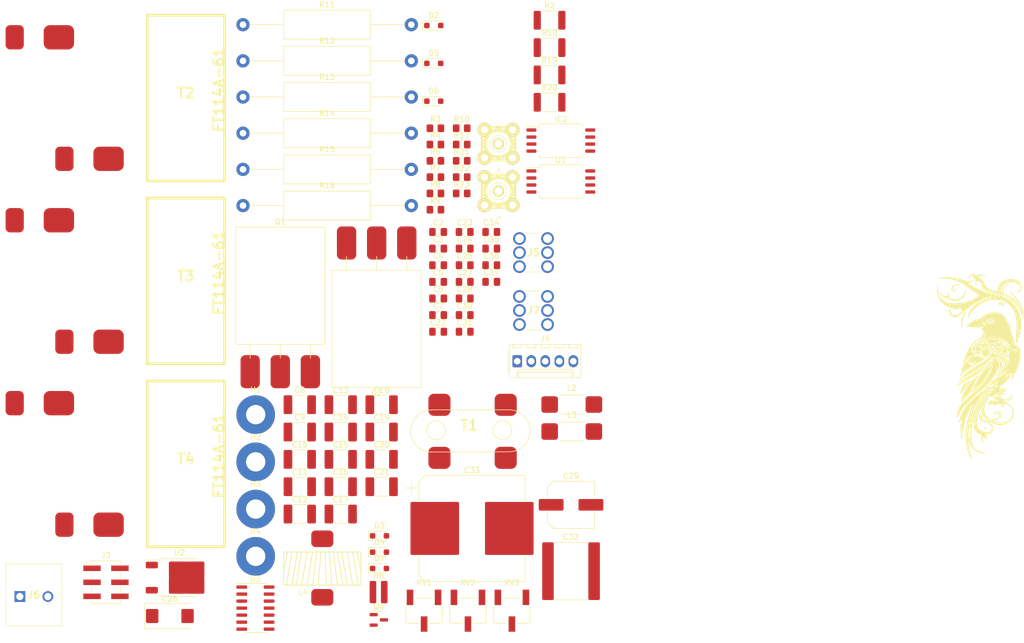
<source format=kicad_pcb>
(kicad_pcb (version 20221018) (generator pcbnew)
  (layers (0 "F.Cu" signal) (31 "B.Cu" signal) (34 "B.Paste" user) (35 "F.Paste" user) (36 "B.SilkS" user "B.Silkscreen") (37 "F.SilkS" user "F.Silkscreen") (38 "B.Mask" user) (39 "F.Mask" user) (44 "Edge.Cuts" user))
  (net 0 "")
  (net 1 "Net-(T1-SB)")
  (net 2 "Net-(C2-Pad2)")
  (net 3 "Net-(T1-SA)")
  (net 4 "Net-(C3-Pad2)")
  (net 5 "Net-(D3-A)")
  (net 6 "GND")
  (net 7 "Net-(C5-Pad1)")
  (net 8 "Net-(U1C-V+)")
  (net 9 "Net-(D4-A)")
  (net 10 "Net-(Q2-D)")
  (net 11 "Net-(D6-A1)")
  (net 12 "Net-(Q1-D)")
  (net 13 "Net-(D5-A2)")
  (net 14 "Net-(T2-SA)")
  (net 15 "Net-(T2-AB)")
  (net 16 "Net-(T4-SB)")
  (net 17 "Net-(T3-SA)")
  (net 18 "Net-(T4-AA)")
  (net 19 "Net-(Q4-D)")
  (net 20 "5V")
  (net 21 "Net-(U2-VI)")
  (net 22 "+12V")
  (net 23 "PTT_IN")
  (net 24 "+48V")
  (net 25 "Net-(IC2-FILTER)")
  (net 26 "Net-(D2-A2)")
  (net 27 "Net-(D3-K)")
  (net 28 "Net-(D4-K)")
  (net 29 "Net-(D7-A)")
  (net 30 "Net-(IC2-IP-_1)")
  (net 31 "Net-(IC2-VOUT)")
  (net 32 "Net-(J2-In)")
  (net 33 "A6")
  (net 37 "Net-(Q1-G)")
  (net 38 "Net-(Q2-G)")
  (net 39 "Net-(U3A--)")
  (net 40 "Net-(R21-Pad2)")
  (net 41 "Net-(R22-Pad1)")
  (footprint "SMA_PINS:SMA_PINS" (layer "F.Cu") (at 90.24968 24.33968)
    (fp_text reference "J1" (at 0 4.75) (layer "F.SilkS") (effects (font (size 0.5 0.5) (thickness 0.1))))
    (fp_text value "Conn_Coaxial" hide)
    (pad "1" thru_hole circle (at 0 0) (size 1.99898 1.99898) (drill 1.30048) (layers "*.Cu" "*.Mask" "F.SilkS") (net 26 "Net-(D2-A2)") (clearance 0.09906))
    (pad "2" thru_hole circle (at -2.54 -2.54) (size 2.49936 2.49936) (drill 1.30048) (layers "*.Cu" "*.Mask" "F.SilkS") (net 6 "GND"))
    (pad "2" thru_hole circle (at -2.54 2.54) (size 2.49936 2.49936) (drill 1.30048) (layers "*.Cu" "*.Mask" "F.SilkS") (net 6 "GND"))
    (pad "2" thru_hole circle (at 2.54 -2.54) (size 2.49936 2.49936) (drill 1.30048) (layers "*.Cu" "*.Mask" "F.SilkS") (net 6 "GND"))
    (pad "2" thru_hole circle (at 2.54 2.54) (size 2.49936 2.49936) (drill 1.30048) (layers "*.Cu" "*.Mask" "F.SilkS") (net 6 "GND"))
  )
  (footprint "Capacitor_SMD:C_0805_2012Metric_Pad1.18x1.45mm_HandSolder" (layer "F.Cu") (at 79.325 55.355)
    (fp_text reference "C7" (at 0 -1.68) (layer "F.SilkS"))
    (fp_text value "100n")
    (pad "1" smd roundrect (at -1.0375 0) (size 1.175 1.45) (layers "F.Cu" "F.Paste" "F.Mask") (roundrect_rratio 0.212766) (net 9 "Net-(D4-A)"))
    (pad "2" smd roundrect (at 1.0375 0) (size 1.175 1.45) (layers "F.Cu" "F.Paste" "F.Mask") (roundrect_rratio 0.212766) (net 6 "GND"))
  )
  (footprint "Capacitor_SMD:C_0805_2012Metric_Pad1.18x1.45mm_HandSolder" (layer "F.Cu") (at 88.945 40.305)
    (fp_text reference "C34" (at 0 -1.68) (layer "F.SilkS"))
    (fp_text value "1u")
    (pad "1" smd roundrect (at -1.0375 0) (size 1.175 1.45) (layers "F.Cu" "F.Paste" "F.Mask") (roundrect_rratio 0.212766) (net 24 "+48V"))
    (pad "2" smd roundrect (at 1.0375 0) (size 1.175 1.45) (layers "F.Cu" "F.Paste" "F.Mask") (roundrect_rratio 0.212766) (net 6 "GND"))
  )
  (footprint "7461057:7461057" (layer "F.Cu") (at 94.05 41.5)
    (fp_text reference "J5" (at 2.54 2.54) (layer "F.SilkS") (effects (font (size 1.27 1.27) (thickness 0.254))))
    (fp_text value "Wurth Redcube 7461057" hide)
    (pad "1" thru_hole circle (at 0 0) (size 2.3 2.3) (drill 1.6) (layers "*.Cu" "*.Mask") (net 24 "+48V"))
    (pad "1" thru_hole circle (at 0 2.54) (size 2.3 2.3) (drill 1.6) (layers "*.Cu" "*.Mask") (net 24 "+48V"))
    (pad "1" thru_hole circle (at 0 5.08) (size 2.3 2.3) (drill 1.6) (layers "*.Cu" "*.Mask") (net 24 "+48V"))
    (pad "1" thru_hole circle (at 5.08 0) (size 2.3 2.3) (drill 1.6) (layers "*.Cu" "*.Mask") (net 24 "+48V"))
    (pad "1" thru_hole circle (at 5.08 2.54) (size 2.3 2.3) (drill 1.6) (layers "*.Cu" "*.Mask") (net 24 "+48V"))
    (pad "1" thru_hole circle (at 5.08 5.08) (size 2.3 2.3) (drill 1.6) (layers "*.Cu" "*.Mask") (net 24 "+48V"))
  )
  (footprint "Lib:Munin" (layer "F.Cu") (at 177.4 65)
    (fp_text reference "G***" hide)
    (fp_text value "LOGO" hide)
  )
  (footprint "Capacitor_SMD:C_1812_4532Metric_Pad1.57x3.40mm_HandSolder" (layer "F.Cu") (at 61.685 86.425)
    (fp_text reference "C16" (at 0 -2.65) (layer "F.SilkS"))
    (fp_text value "100n")
    (pad "1" smd roundrect (at -2.1375 0) (size 1.575 3.4) (layers "F.Cu" "F.Paste" "F.Mask") (roundrect_rratio 0.15873) (net 14 "Net-(T2-SA)"))
    (pad "2" smd roundrect (at 2.1375 0) (size 1.575 3.4) (layers "F.Cu" "F.Paste" "F.Mask") (roundrect_rratio 0.15873) (net 6 "GND"))
  )
  (footprint "Resistor_THT:R_Axial_DIN0516_L15.5mm_D5.0mm_P30.48mm_Horizontal" (layer "F.Cu") (at 43.995 22.425)
    (fp_text reference "R14" (at 15.24 -3.62) (layer "F.SilkS"))
    (fp_text value "470R")
    (pad "1" thru_hole circle (at 0 0) (size 2.4 2.4) (drill 1.2) (layers "*.Cu" "*.Mask") (net 37 "Net-(Q1-G)"))
    (pad "2" thru_hole oval (at 30.48 0) (size 2.4 2.4) (drill 1.2) (layers "*.Cu" "*.Mask") (net 13 "Net-(D5-A2)"))
  )
  (footprint "Capacitor_SMD:C_0805_2012Metric_Pad1.18x1.45mm_HandSolder" (layer "F.Cu") (at 84.135 40.305)
    (fp_text reference "C23" (at 0 -1.68) (layer "F.SilkS"))
    (fp_text value "1u")
    (pad "1" smd roundrect (at -1.0375 0) (size 1.175 1.45) (layers "F.Cu" "F.Paste" "F.Mask") (roundrect_rratio 0.212766) (net 19 "Net-(Q4-D)"))
    (pad "2" smd roundrect (at 1.0375 0) (size 1.175 1.45) (layers "F.Cu" "F.Paste" "F.Mask") (roundrect_rratio 0.212766) (net 6 "GND"))
  )
  (footprint "Connector_PinHeader_2.54mm:PinHeader_2x03_P2.54mm_Vertical_SMD" (layer "F.Cu") (at 19.185 103.735)
    (fp_text reference "J3" (at 0 -4.87) (layer "F.SilkS"))
    (fp_text value "Conn_02x03_Odd_Even")
    (pad "1" smd rect (at -2.525 -2.54) (size 3.15 1) (layers "F.Cu" "F.Paste" "F.Mask") (net 20 "5V"))
    (pad "2" smd rect (at 2.525 -2.54) (size 3.15 1) (layers "F.Cu" "F.Paste" "F.Mask") (net 33 "A6"))
    (pad "3" smd rect (at -2.525 0) (size 3.15 1) (layers "F.Cu" "F.Paste" "F.Mask"))
    (pad "4" smd rect (at 2.525 0) (size 3.15 1) (layers "F.Cu" "F.Paste" "F.Mask"))
    (pad "5" smd rect (at -2.525 2.54) (size 3.15 1) (layers "F.Cu" "F.Paste" "F.Mask") (net 23 "PTT_IN"))
    (pad "6" smd rect (at 2.525 2.54) (size 3.15 1) (layers "F.Cu" "F.Paste" "F.Mask") (net 6 "GND"))
  )
  (footprint "Potentiometer_SMD:Potentiometer_Bourns_3269W_Vertical" (layer "F.Cu") (at 92.675 108.875)
    (fp_text reference "RV3" (at 0 -5.06) (layer "F.SilkS"))
    (fp_text value "1k")
    (pad "1" smd rect (at 2.54 -2.415) (size 1.19 2.79) (layers "F.Cu" "F.Paste" "F.Mask") (net 20 "5V"))
    (pad "2" smd rect (at 0 2.415) (size 1.19 2.79) (layers "F.Cu" "F.Paste" "F.Mask") (net 41 "Net-(R22-Pad1)"))
    (pad "3" smd rect (at -2.54 -2.415) (size 1.19 2.79) (layers "F.Cu" "F.Paste" "F.Mask") (net 6 "GND"))
  )
  (footprint "MountingHole:MountingHole_3.5mm_Pad_TopBottom" (layer "F.Cu") (at 46.295 99.025)
    (fp_text reference "H4" (at 0 -4.5) (layer "F.SilkS"))
    (fp_text value "MountingHole_Pad")
    (pad "1" thru_hole circle (at 0 0) (size 3.9 3.9) (drill 3.5) (layers "*.Cu" "*.Mask") (net 6 "GND"))
    (pad "1" connect circle (at 0 0) (size 7 7) (layers "F.Cu" "F.Mask") (net 6 "GND"))
    (pad "1" connect circle (at 0 0) (size 7 7) (layers "B.Cu" "B.Mask") (net 6 "GND"))
  )
  (footprint "Diode_SMD:D_SOD-323_HandSoldering" (layer "F.Cu") (at 78.535 2.925)
    (fp_text reference "D2" (at 0 -1.85) (layer "F.SilkS"))
    (fp_text value "CDSOD323-TC15")
    (pad "1" smd roundrect (at -1.25 0) (size 1 1) (layers "F.Cu" "F.Paste" "F.Mask") (net 6 "GND"))
    (pad "2" smd roundrect (at 1.25 0) (size 1 1) (layers "F.Cu" "F.Paste" "F.Mask") (net 26 "Net-(D2-A2)"))
  )
  (footprint "Capacitor_SMD:C_1812_4532Metric_Pad1.57x3.40mm_HandSolder" (layer "F.Cu") (at 69.095 71.575)
    (fp_text reference "C18" (at 0 -2.65) (layer "F.SilkS"))
    (fp_text value "100n")
    (pad "1" smd roundrect (at -2.1375 0) (size 1.575 3.4) (layers "F.Cu" "F.Paste" "F.Mask") (roundrect_rratio 0.15873) (net 15 "Net-(T2-AB)"))
    (pad "2" smd roundrect (at 2.1375 0) (size 1.575 3.4) (layers "F.Cu" "F.Paste" "F.Mask") (roundrect_rratio 0.15873) (net 16 "Net-(T4-SB)"))
  )
  (footprint "Resistor_SMD:R_0805_2012Metric_Pad1.20x1.40mm_HandSolder" (layer "F.Cu") (at 83.585 33.325)
    (fp_text reference "R23" (at 0 -1.65) (layer "F.SilkS"))
    (fp_text value "100R")
    (pad "1" smd roundrect (at -1 0) (size 1.2 1.4) (layers "F.Cu" "F.Paste" "F.Mask") (roundrect_rratio 0.208333) (net 40 "Net-(R21-Pad2)"))
    (pad "2" smd roundrect (at 1 0) (size 1.2 1.4) (layers "F.Cu" "F.Paste" "F.Mask") (roundrect_rratio 0.208333) (net 33 "A6"))
  )
  (footprint "Resistor_SMD:R_0805_2012Metric_Pad1.20x1.40mm_HandSolder" (layer "F.Cu") (at 83.585 21.525)
    (fp_text reference "R10" (at 0 -1.65) (layer "F.SilkS"))
    (fp_text value "1R")
    (pad "1" smd roundrect (at -1 0) (size 1.2 1.4) (layers "F.Cu" "F.Paste" "F.Mask") (roundrect_rratio 0.208333) (net 4 "Net-(C3-Pad2)"))
    (pad "2" smd roundrect (at 1 0) (size 1.2 1.4) (layers "F.Cu" "F.Paste" "F.Mask") (roundrect_rratio 0.208333) (net 38 "Net-(Q2-G)"))
  )
  (footprint "Capacitor_SMD:C_0805_2012Metric_Pad1.18x1.45mm_HandSolder" (layer "F.Cu") (at 84.135 49.335)
    (fp_text reference "C27" (at 0 -1.68) (layer "F.SilkS"))
    (fp_text value "100n")
    (pad "1" smd roundrect (at -1.0375 0) (size 1.175 1.45) (layers "F.Cu" "F.Paste" "F.Mask") (roundrect_rratio 0.212766) (net 22 "+12V"))
    (pad "2" smd roundrect (at 1.0375 0) (size 1.175 1.45) (layers "F.Cu" "F.Paste" "F.Mask") (roundrect_rratio 0.212766) (net 6 "GND"))
  )
  (footprint "Capacitor_SMD:C_1812_4532Metric_Pad1.57x3.40mm_HandSolder" (layer "F.Cu") (at 61.685 71.575)
    (fp_text reference "C13" (at 0 -2.65) (layer "F.SilkS"))
    (fp_text value "TBD")
    (pad "1" smd roundrect (at -2.1375 0) (size 1.575 3.4) (layers "F.Cu" "F.Paste" "F.Mask") (roundrect_rratio 0.15873) (net 10 "Net-(Q2-D)"))
    (pad "2" smd roundrect (at 2.1375 0) (size 1.575 3.4) (layers "F.Cu" "F.Paste" "F.Mask") (roundrect_rratio 0.15873) (net 12 "Net-(Q1-D)"))
  )
  (footprint "Diode_SMD:D_SOD-323_HandSoldering" (layer "F.Cu") (at 78.535 9.775)
    (fp_text reference "D5" (at 0 -1.85) (layer "F.SilkS"))
    (fp_text value "CDSOD323-TC03")
    (pad "1" smd roundrect (at -1.25 0) (size 1 1) (layers "F.Cu" "F.Paste" "F.Mask") (net 6 "GND"))
    (pad "2" smd roundrect (at 1.25 0) (size 1 1) (layers "F.Cu" "F.Paste" "F.Mask") (net 13 "Net-(D5-A2)"))
  )
  (footprint "FT114A:FT114A-61" (layer "F.Cu") (at 33.66 82.3)
    (fp_text reference "T4" (at 0 -0.9 unlocked) (layer "F.SilkS") (effects (font (size 1.8 1.8) (thickness 0.37))))
    (fp_text value "FT-114A-61")
    (fp_text user "FT114A-61" (at 7 6.4 90 unlocked) (layer "F.SilkS") (effects (font (size 1.8 1.8) (thickness 0.37) bold) (justify left bottom)))
    (pad "1" smd roundrect (at -31 -11) (size 3.3 4.4) (layers "F.Cu" "F.Paste" "F.Mask") (net 18 "Net-(T4-AA)"))
    (pad "2" smd roundrect (at -22 11) (size 3.3 4.4) (layers "F.Cu" "F.Paste" "F.Mask") (net 6 "GND"))
    (pad "3" smd roundrect (at -14 11) (size 5.5 4.4) (layers "F.Cu" "F.Paste" "F.Mask") (net 32 "Net-(J2-In)"))
    (pad "4" smd roundrect (at -23 -11) (size 5.5 4.4) (layers "F.Cu" "F.Paste" "F.Mask") (net 16 "Net-(T4-SB)"))
  )
  (footprint "Resistor_SMD:R_0805_2012Metric_Pad1.20x1.40mm_HandSolder" (layer "F.Cu") (at 78.835 33.325)
    (fp_text reference "R8" (at 0 -1.65) (layer "F.SilkS"))
    (fp_text value "22R")
    (pad "1" smd roundrect (at -1 0) (size 1.2 1.4) (layers "F.Cu" "F.Paste" "F.Mask") (roundrect_rratio 0.208333) (net 4 "Net-(C3-Pad2)"))
    (pad "2" smd roundrect (at 1 0) (size 1.2 1.4) (layers "F.Cu" "F.Paste" "F.Mask") (roundrect_rratio 0.208333) (net 28 "Net-(D4-K)"))
  )
  (footprint "Capacitor_Tantalum_SMD:CP_EIA-7343-31_Kemet-D_Pad2.25x2.55mm_HandSolder" (layer "F.Cu") (at 30.755 109.835)
    (fp_text reference "C26" (at 0 -3.1) (layer "F.SilkS"))
    (fp_text value "10u")
    (pad "1" smd roundrect (at -3.2 0) (size 2.25 2.55) (layers "F.Cu" "F.Paste" "F.Mask") (roundrect_rratio 0.111111) (net 21 "Net-(U2-VI)"))
    (pad "2" smd roundrect (at 3.2 0) (size 2.25 2.55) (layers "F.Cu" "F.Paste" "F.Mask") (roundrect_rratio 0.111111) (net 6 "GND"))
  )
  (footprint "FT114A:FT114A-61" (layer "F.Cu") (at 33.66 49.18)
    (fp_text reference "T3" (at 0 -0.9 unlocked) (layer "F.SilkS") (effects (font (size 1.8 1.8) (thickness 0.37))))
    (fp_text value "FT-114A-61")
    (fp_text user "FT114A-61" (at 7 6.4 90 unlocked) (layer "F.SilkS") (effects (font (size 1.8 1.8) (thickness 0.37) bold) (justify left bottom)))
    (pad "1" smd roundrect (at -31 -11) (size 3.3 4.4) (layers "F.Cu" "F.Paste" "F.Mask") (net 12 "Net-(Q1-D)"))
    (pad "2" smd roundrect (at -22 11) (size 3.3 4.4) (layers "F.Cu" "F.Paste" "F.Mask") (net 14 "Net-(T2-SA)"))
    (pad "3" smd roundrect (at -14 11) (size 5.5 4.4) (layers "F.Cu" "F.Paste" "F.Mask") (net 17 "Net-(T3-SA)"))
    (pad "4" smd roundrect (at -23 -11) (size 5.5 4.4) (layers "F.Cu" "F.Paste" "F.Mask") (net 10 "Net-(Q2-D)"))
  )
  (footprint "MountingHole:MountingHole_3.5mm_Pad_TopBottom" (layer "F.Cu") (at 46.295 81.925)
    (fp_text reference "H2" (at 0 -4.5) (layer "F.SilkS"))
    (fp_text value "MountingHole_Pad")
    (pad "1" thru_hole circle (at 0 0) (size 3.9 3.9) (drill 3.5) (layers "*.Cu" "*.Mask") (net 6 "GND"))
    (pad "1" connect circle (at 0 0) (size 7 7) (layers "F.Cu" "F.Mask") (net 6 "GND"))
    (pad "1" connect circle (at 0 0) (size 7 7) (layers "B.Cu" "B.Mask") (net 6 "GND"))
  )
  (footprint "Capacitor_SMD:CP_Elec_18x17.5" (layer "F.Cu") (at 85.46 93.975)
    (fp_text reference "C33" (at 0 -10.55) (layer "F.SilkS"))
    (fp_text value "330u/63V")
    (pad "1" smd roundrect (at -6.75 0) (size 8.8 9.6) (layers "F.Cu" "F.Paste" "F.Mask") (roundrect_rratio 0.028409) (net 24 "+48V"))
    (pad "2" smd roundrect (at 6.75 0) (size 8.8 9.6) (layers "F.Cu" "F.Paste" "F.Mask") (roundrect_rratio 0.028409) (net 6 "GND"))
  )
  (footprint "Capacitor_SMD:C_3640_9110Metric_Pad2.10x10.45mm_HandSolder" (layer "F.Cu") (at 103.385 101.715)
    (fp_text reference "C32" (at 0 -6.18) (layer "F.SilkS"))
    (fp_text value "22u/63V")
    (pad "1" smd roundrect (at -4.175 0) (size 2.1 10.45) (layers "F.Cu" "F.Paste" "F.Mask") (roundrect_rratio 0.119048) (net 14 "Net-(T2-SA)"))
    (pad "2" smd roundrect (at 4.175 0) (size 2.1 10.45) (layers "F.Cu" "F.Paste" "F.Mask") (roundrect_rratio 0.119048) (net 6 "GND"))
  )
  (footprint "Fair-Rite_2743021447:Fair-Rite_2743021447" (layer "F.Cu") (at 103.52 76.435)
    (fp_text reference "L3" (at 0 -3) (layer "F.SilkS"))
    (fp_text value "2743021447")
    (pad "1" smd roundrect (at -4 0) (size 3 3) (layers "F.Cu" "F.Paste" "F.Mask") (roundrect_rratio 0.1639337705) (net 22 "+12V"))
    (pad "2" smd roundrect (at 4 0) (size 3 3) (layers "F.Cu" "F.Paste" "F.Mask") (roundrect_rratio 0.1639337705) (net 21 "Net-(U2-VI)"))
  )
  (footprint "Package_SO:SOIC-14_3.9x8.7mm_P1.27mm" (layer "F.Cu") (at 46.245 108.405)
    (fp_text reference "U3" (at 0 -5.28) (layer "F.SilkS"))
    (fp_text value "LMC660AIM_NOPB")
    (pad "1" smd roundrect (at -2.475 -3.81) (size 1.95 0.6) (layers "F.Cu" "F.Paste" "F.Mask") (net 40 "Net-(R21-Pad2)"))
    (pad "2" smd roundrect (at -2.475 -2.54) (size 1.95 0.6) (layers "F.Cu" "F.Paste" "F.Mask") (net 39 "Net-(U3A--)"))
    (pad "3" smd roundrect (at -2.475 -1.27) (size 1.95 0.6) (layers "F.Cu" "F.Paste" "F.Mask") (net 31 "Net-(IC2-VOUT)"))
    (pad "4" smd roundrect (at -2.475 0) (size 1.95 0.6) (layers "F.Cu" "F.Paste" "F.Mask") (net 20 "5V"))
    (pad "5" smd roundrect (at -2.475 1.27) (size 1.95 0.6) (layers "F.Cu" "F.Paste" "F.Mask"))
    (pad "6" smd roundrect (at -2.475 2.54) (size 1.95 0.6) (layers "F.Cu" "F.Paste" "F.Mask") (net 6 "GND"))
    (pad "7" smd roundrect (at -2.475 3.81) (size 1.95 0.6) (layers "F.Cu" "F.Paste" "F.Mask"))
    (pad "8" smd roundrect (at 2.475 3.81) (size 1.95 0.6) (layers "F.Cu" "F.Paste" "F.Mask"))
    (pad "9" smd roundrect (at 2.475 2.54) (size 1.95 0.6) (layers "F.Cu" "F.Paste" "F.Mask") (net 6 "GND"))
    (pad "10" smd roundrect (at 2.475 1.27) (size 1.95 0.6) (layers "F.Cu" "F.Paste" "F.Mask"))
    (pad "11" smd roundrect (at 2.475 0) (size 1.95 0.6) (layers "F.Cu" "F.Paste" "F.Mask") (net 6 "GND"))
    (pad "12" smd roundrect (at 2.475 -1.27) (size 1.95 0.6) (layers "F.Cu" "F.Paste" "F.Mask"))
    (pad "13" smd roundrect (at 2.475 -2.54) (size 1.95 0.6) (layers "F.Cu" "F.Paste" "F.Mask") (net 6 "GND"))
    (pad "14" smd roundrect (at 2.475 -3.81) (size 1.95 0.6) (layers "F.Cu" "F.Paste" "F.Mask"))
  )
  (footprint "Capacitor_SMD:C_0805_2012Metric_Pad1.18x1.45mm_HandSolder" (layer "F.Cu") (at 79.325 52.345)
    (fp_text reference "C6" (at 0 -1.68) (layer "F.SilkS"))
    (fp_text value "1u")
    (pad "1" smd roundrect (at -1.0375 0) (size 1.175 1.45) (layers "F.Cu" "F.Paste" "F.Mask") (roundrect_rratio 0.212766) (net 8 "Net-(U1C-V+)"))
    (pad "2" smd roundrect (at 1.0375 0) (size 1.175 1.45) (layers "F.Cu" "F.Paste" "F.Mask") (roundrect_rratio 0.212766) (net 6 "GND"))
  )
  (footprint "Resistor_SMD:R_0815_2038Metric_Pad1.20x4.05mm_HandSolder" (layer "F.Cu") (at 68.545 105.505)
    (fp_text reference "R6" (at 0 -2.98) (layer "F.SilkS"))
    (fp_text value "1.2k")
    (pad "1" smd roundrect (at -1.025 0) (size 1.2 4.05) (layers "F.Cu" "F.Paste" "F.Mask") (roundrect_rratio 0.208333) (net 7 "Net-(C5-Pad1)"))
    (pad "2" smd roundrect (at 1.025 0) (size 1.2 4.05) (layers "F.Cu" "F.Paste" "F.Mask") (roundrect_rratio 0.208333) (net 19 "Net-(Q4-D)"))
  )
  (footprint "T50:T50_V_smd" (layer "F.Cu") (at 58.355 101.25)
    (fp_text reference "L4" (at -3.5 4.25) (layer "F.SilkS") (effects (font (thickness 0.125))))
    (fp_text value "FT82-61?")
    (pad "1" smd roundrect (at 0 -5.4) (size 4 3) (layers "*.Mask" "F.Cu") (net 30 "Net-(IC2-IP-_1)"))
    (pad "2" smd roundrect (at 0 5.2) (size 4 3) (layers "*.Mask" "F.Cu") (net 14 "Net-(T2-SA)"))
  )
  (footprint "Capacitor_SMD:C_1812_4532Metric_Pad1.57x3.40mm_HandSolder" (layer "F.Cu") (at 61.685 91.375)
    (fp_text reference "C17" (at 0 -2.65) (layer "F.SilkS"))
    (fp_text value "100n")
    (pad "1" smd roundrect (at -2.1375 0) (size 1.575 3.4) (layers "F.Cu" "F.Paste" "F.Mask") (roundrect_rratio 0.15873) (net 14 "Net-(T2-SA)"))
    (pad "2" smd roundrect (at 2.1375 0) (size 1.575 3.4) (layers "F.Cu" "F.Paste" "F.Mask") (roundrect_rratio 0.15873) (net 6 "GND"))
  )
  (footprint "1711725:1711725" (layer "F.Cu") (at 3.59 106.31)
    (fp_text reference "J6" (at 2.54 -0.3) (layer "F.SilkS") (effects (font (size 1.27 1.27) (thickness 0.254))))
    (fp_text value "Phoenix/1711725" hide)
    (pad "1" thru_hole rect (at 0 0) (size 1.95 1.95) (drill 1.3) (layers "*.Cu" "*.Mask") (net 22 "+12V"))
    (pad "2" thru_hole circle (at 5.08 0) (size 1.95 1.95) (drill 1.3) (layers "*.Cu" "*.Mask") (net 6 "GND"))
  )
  (footprint "Diode_SMD:D_SOD-323_HandSoldering" (layer "F.Cu") (at 68.71 98.275)
    (fp_text reference "D4" (at 0 -1.85) (layer "F.SilkS"))
    (fp_text value "BAS16J")
    (pad "1" smd roundrect (at -1.25 0) (size 1 1) (layers "F.Cu" "F.Paste" "F.Mask") (net 28 "Net-(D4-K)"))
    (pad "2" smd roundrect (at 1.25 0) (size 1 1) (layers "F.Cu" "F.Paste" "F.Mask") (net 9 "Net-(D4-A)"))
  )
  (footprint "Capacitor_SMD:C_1812_4532Metric_Pad1.57x3.40mm_HandSolder" (layer "F.Cu") (at 54.275 86.425)
    (fp_text reference "C11" (at 0 -2.65) (layer "F.SilkS"))
    (fp_text value "1u/250V")
    (pad "1" smd roundrect (at -2.1375 0) (size 1.575 3.4) (layers "F.Cu" "F.Paste" "F.Mask") (roundrect_rratio 0.15873) (net 12 "Net-(Q1-D)"))
    (pad "2" smd roundrect (at 2.1375 0) (size 1.575 3.4) (layers "F.Cu" "F.Paste" "F.Mask") (roundrect_rratio 0.15873) (net 13 "Net-(D5-A2)"))
  )
  (footprint "Capacitor_SMD:C_0805_2012Metric_Pad1.18x1.45mm_HandSolder" (layer "F.Cu") (at 84.135 43.315)
    (fp_text reference "C24" (at 0 -1.68) (layer "F.SilkS"))
    (fp_text value "1u")
    (pad "1" smd roundrect (at -1.0375 0) (size 1.175 1.45) (layers "F.Cu" "F.Paste" "F.Mask") (roundrect_rratio 0.212766) (net 20 "5V"))
    (pad "2" smd roundrect (at 1.0375 0) (size 1.175 1.45) (layers "F.Cu" "F.Paste" "F.Mask") (roundrect_rratio 0.212766) (net 6 "GND"))
  )
  (footprint "Capacitor_SMD:C_1812_4532Metric_Pad1.57x3.40mm_HandSolder" (layer "F.Cu") (at 61.685 81.475)
    (fp_text reference "C15" (at 0 -2.65) (layer "F.SilkS"))
    (fp_text value "100n")
    (pad "1" smd roundrect (at -2.1375 0) (size 1.575 3.4) (layers "F.Cu" "F.Paste" "F.Mask") (roundrect_rratio 0.15873) (net 14 "Net-(T2-SA)"))
    (pad "2" smd roundrect (at 2.1375 0) (size 1.575 3.4) (layers "F.Cu" "F.Paste" "F.Mask") (roundrect_rratio 0.15873) (net 6 "GND"))
  )
  (footprint "Capacitor_SMD:C_1812_4532Metric_Pad1.57x3.40mm_HandSolder" (layer "F.Cu") (at 69.095 76.525)
    (fp_text reference "C19" (at 0 -2.65) (layer "F.SilkS"))
    (fp_text value "100n")
    (pad "1" smd roundrect (at -2.1375 0) (size 1.575 3.4) (layers "F.Cu" "F.Paste" "F.Mask") (roundrect_rratio 0.15873) (net 15 "Net-(T2-AB)"))
    (pad "2" smd roundrect (at 2.1375 0) (size 1.575 3.4) (layers "F.Cu" "F.Paste" "F.Mask") (roundrect_rratio 0.15873) (net 16 "Net-(T4-SB)"))
  )
  (footprint "Capacitor_SMD:C_0805_2012Metric_Pad1.18x1.45mm_HandSolder" (layer "F.Cu") (at 79.325 40.305)
    (fp_text reference "C2" (at 0 -1.68) (layer "F.SilkS"))
    (fp_text value "10n")
    (pad "1" smd roundrect (at -1.0375 0) (size 1.175 1.45) (layers "F.Cu" "F.Paste" "F.Mask") (roundrect_rratio 0.212766) (net 1 "Net-(T1-SB)"))
    (pad "2" smd roundrect (at 1.0375 0) (size 1.175 1.45) (layers "F.Cu" "F.Paste" "F.Mask") (roundrect_rratio 0.212766) (net 2 "Net-(C2-Pad2)"))
  )
  (footprint "Resistor_SMD:R_1812_4532Metric_Pad1.30x3.40mm_HandSolder" (layer "F.Cu") (at 99.495 1.975)
    (fp_text reference "R2" (at 0 -2.65) (layer "F.SilkS"))
    (fp_text value "5R6")
    (pad "1" smd roundrect (at -2.225 0) (size 1.3 3.4) (layers "F.Cu" "F.Paste" "F.Mask") (roundrect_rratio 0.192308) (net 1 "Net-(T1-SB)"))
    (pad "2" smd roundrect (at 2.225 0) (size 1.3 3.4) (layers "F.Cu" "F.Paste" "F.Mask") (roundrect_rratio 0.192308) (net 3 "Net-(T1-SA)"))
  )
  (footprint "Capacitor_SMD:C_1812_4532Metric_Pad1.57x3.40mm_HandSolder" (layer "F.Cu") (at 54.275 76.525)
    (fp_text reference "C9" (at 0 -2.65) (layer "F.SilkS"))
    (fp_text value "10n/250V")
    (pad "1" smd roundrect (at -2.1375 0) (size 1.575 3.4) (layers "F.Cu" "F.Paste" "F.Mask") (roundrect_rratio 0.15873) (net 10 "Net-(Q2-D)"))
    (pad "2" smd roundrect (at 2.1375 0) (size 1.575 3.4) (layers "F.Cu" "F.Paste" "F.Mask") (roundrect_rratio 0.15873) (net 11 "Net-(D6-A1)"))
  )
  (footprint "Capacitor_SMD:C_0805_2012Metric_Pad1.18x1.45mm_HandSolder" (layer "F.Cu") (at 84.135 58.365)
    (fp_text reference "C31" (at 0 -1.68) (layer "F.SilkS"))
    (fp_text value "1u")
    (pad "1" smd roundrect (at -1.0375 0) (size 1.175 1.45) (layers "F.Cu" "F.Paste" "F.Mask") (roundrect_rratio 0.212766) (net 20 "5V"))
    (pad "2" smd roundrect (at 1.0375 0) (size 1.175 1.45) (layers "F.Cu" "F.Paste" "F.Mask") (roundrect_rratio 0.212766) (net 6 "GND"))
  )
  (footprint "Package_SO:SOIC-8_7.5x5.85mm_P1.27mm" (layer "F.Cu") (at 101.535 31.165)
    (fp_text reference "U1" (at 0 -3.88) (layer "F.SilkS"))
    (fp_text value "LM358")
    (pad "1" smd roundrect (at -5.325 -1.905) (size 1.8 0.6) (layers "F.Cu" "F.Paste" "F.Mask") (net 5 "Net-(D3-A)"))
    (pad "2" smd roundrect (at -5.325 -0.635) (size 1.8 0.6) (layers "F.Cu" "F.Paste" "F.Mask") (net 5 "Net-(D3-A)"))
    (pad "3" smd roundrect (at -5.325 0.635) (size 1.8 0.6) (layers "F.Cu" "F.Paste" "F.Mask") (net 5 "Net-(D3-A)"))
    (pad "4" smd roundrect (at -5.325 1.905) (size 1.8 0.6) (layers "F.Cu" "F.Paste" "F.Mask") (net 6 "GND"))
    (pad "5" smd roundrect (at 5.325 1.905) (size 1.8 0.6) (layers "F.Cu" "F.Paste" "F.Mask") (net 9 "Net-(D4-A)"))
    (pad "6" smd roundrect (at 5.325 0.635) (size 1.8 0.6) (layers "F.Cu" "F.Paste" "F.Mask") (net 9 "Net-(D4-A)"))
    (pad "7" smd roundrect (at 5.325 -0.635) (size 1.8 0.6) (layers "F.Cu" "F.Paste" "F.Mask") (net 9 "Net-(D4-A)"))
    (pad "8" smd roundrect (at 5.325 -1.905) (size 1.8 0.6) (layers "F.Cu" "F.Paste" "F.Mask") (net 8 "Net-(U1C-V+)"))
  )
  (footprint "Capacitor_SMD:C_0805_2012Metric_Pad1.18x1.45mm_HandSolder" (layer "F.Cu") (at 88.945 46.325)
    (fp_text reference "C36" (at 0 -1.68) (layer "F.SilkS"))
    (fp_text value "1n")
    (pad "1" smd roundrect (at -1.0375 0) (size 1.175 1.45) (layers "F.Cu" "F.Paste" "F.Mask") (roundrect_rratio 0.212766) (net 25 "Net-(IC2-FILTER)"))
    (pad "2" smd roundrect (at 1.0375 0) (size 1.175 1.45) (layers "F.Cu" "F.Paste" "F.Mask") (roundrect_rratio 0.212766) (net 6 "GND"))
  )
  (footprint "Capacitor_SMD:C_0805_2012Metric_Pad1.18x1.45mm_HandSolder" (layer "F.Cu") (at 79.325 58.365)
    (fp_text reference "C22" (at 0 -1.68) (layer "F.SilkS"))
    (fp_text value "100n")
    (pad "1" smd roundrect (at -1.0375 0) (size 1.175 1.45) (layers "F.Cu" "F.Paste" "F.Mask") (roundrect_rratio 0.212766) (net 19 "Net-(Q4-D)"))
    (pad "2" smd roundrect (at 1.0375 0) (size 1.175 1.45) (layers "F.Cu" "F.Paste" "F.Mask") (roundrect_rratio 0.212766) (net 6 "GND"))
  )
  (footprint "Capacitor_SMD:C_1812_4532Metric_Pad1.57x3.40mm_HandSolder" (layer "F.Cu") (at 54.275 91.375)
    (fp_text reference "C12" (at 0 -2.65) (layer "F.SilkS"))
    (fp_text value "TBD")
    (pad "1" smd roundrect (at -2.1375 0) (size 1.575 3.4) (layers "F.Cu" "F.Paste" "F.Mask") (roundrect_rratio 0.15873) (net 10 "Net-(Q2-D)"))
    (pad "2" smd roundrect (at 2.1375 0) (size 1.575 3.4) (layers "F.Cu" "F.Paste" "F.Mask") (roundrect_rratio 0.15873) (net 12 "Net-(Q1-D)"))
  )
  (footprint "Capacitor_SMD:C_0805_2012Metric_Pad1.18x1.45mm_HandSolder" (layer "F.Cu") (at 88.945 49.335)
    (fp_text reference "C37" (at 0 -1.68) (layer "F.SilkS"))
    (fp_text value "1u")
    (pad "1" smd roundrect (at -1.0375 0) (size 1.175 1.45) (layers "F.Cu" "F.Paste" "F.Mask") (roundrect_rratio 0.212766) (net 20 "5V"))
    (pad "2" smd roundrect (at 1.0375 0) (size 1.175 1.45) (layers "F.Cu" "F.Paste" "F.Mask") (roundrect_rratio 0.212766) (net 6 "GND"))
  )
  (footprint "MountingHole:MountingHole_3.5mm_Pad_TopBottom" (layer "F.Cu") (at 46.295 73.375)
    (fp_text reference "H1" (at 0 -4.5) (layer "F.SilkS"))
    (fp_text value "MountingHole_Pad")
    (pad "1" thru_hole circle (at 0 0) (size 3.9 3.9) (drill 3.5) (layers "*.Cu" "*.Mask") (net 6 "GND"))
    (pad "1" connect circle (at 0 0) (size 7 7) (layers "F.Cu" "F.Mask") (net 6 "GND"))
    (pad "1" connect circle (at 0 0) (size 7 7) (layers "B.Cu" "B.Mask") (net 6 "GND"))
  )
  (footprint "Potentiometer_SMD:Potentiometer_Bourns_3269W_Vertical" (layer "F.Cu") (at 76.775 108.875)
    (fp_text reference "RV1" (at 0 -5.06) (layer "F.SilkS"))
    (fp_text value "10k")
    (pad "1" smd rect (at 2.54 -2.415) (size 1.19 2.79) (layers "F.Cu" "F.Paste" "F.Mask") (net 7 "Net-(C5-Pad1)"))
    (pad "2" smd rect (at 0 2.415) (size 1.19 2.79) (layers "F.Cu" "F.Paste" "F.Mask") (net 5 "Net-(D3-A)"))
    (pad "3" smd rect (at -2.54 -2.415) (size 1.19 2.79) (layers "F.Cu" "F.Paste" "F.Mask") (net 6 "GND"))
  )
  (footprint "Capacitor_SMD:C_0805_2012Metric_Pad1.18x1.45mm_HandSolder" (layer "F.Cu") (at 84.135 55.355)
    (fp_text reference "C30" (at 0 -1.68) (layer "F.SilkS"))
    (fp_text value "10n")
    (pad "1" smd roundrect (at -1.0375 0) (size 1.175 1.45) (layers "F.Cu" "F.Paste" "F.Mask") (roundrect_rratio 0.212766) (net 23 "PTT_IN"))
    (pad "2" smd roundrect (at 1.0375 0) (size 1.175 1.45) (layers "F.Cu" "F.Paste" "F.Mask") (roundrect_rratio 0.212766) (net 6 "GND"))
  )
  (footprint "Package_SO:SOIC-8_7.5x5.85mm_P1.27mm" (layer "F.Cu") (at 101.535 23.755)
    (fp_text reference "IC2" (at 0 -3.88) (layer "F.SilkS"))
    (fp_text value "ACHS-7123-000E")
    (pad "1" smd roundrect (at -5.325 -1.905) (size 1.8 0.6) (layers "F.Cu" "F.Paste" "F.Mask") (net 24 "+48V"))
    (pad "2" smd roundrect (at -5.325 -0.635) (size 1.8 0.6) (layers "F.Cu" "F.Paste" "F.Mask") (net 24 "+48V"))
    (pad "3" smd roundrect (at -5.325 0.635) (size 1.8 0.6) (layers "F.Cu" "F.Paste" "F.Mask") (net 30 "Net-(IC2-IP-_1)"))
    (pad "4" smd roundrect (at -5.325 1.905) (size 1.8 0.6) (layers "F.Cu" "F.Paste" "F.Mask") (net 30 "Net-(IC2-IP-_1)"))
    (pad "5" smd roundrect (at 5.325 1.905) (size 1.8 0.6) (layers "F.Cu" "F.Paste" "F.Mask") (net 6 "GND"))
    (pad "6" smd roundrect (at 5.325 0.635) (size 1.8 0.6) (layers "F.Cu" "F.Paste" "F.Mask") (net 25 "Net-(IC2-FILTER)"))
    (pad "7" smd roundrect (at 5.325 -0.635) (size 1.8 0.6) (layers "F.Cu" "F.Paste" "F.Mask") (net 31 "Net-(IC2-VOUT)"))
    (pad "8" smd roundrect (at 5.325 -1.905) (size 1.8 0.6) (layers "F.Cu" "F.Paste" "F.Mask") (net 20 "5V"))
  )
  (footprint "Capacitor_SMD:C_0805_2012Metric_Pad1.18x1.45mm_HandSolder" (layer "F.Cu") (at 79.325 46.325)
    (fp_text reference "C4" (at 0 -1.68) (layer "F.SilkS"))
    (fp_text value "100n")
    (pad "1" smd roundrect (at -1.0375 0) (size 1.175 1.45) (layers "F.Cu" "F.Paste" "F.Mask") (roundrect_rratio 0.212766) (net 5 "Net-(D3-A)"))
    (pad "2" smd roundrect (at 1.0375 0) (size 1.175 1.45) (layers "F.Cu" "F.Paste" "F.Mask") (roundrect_rratio 0.212766) (net 6 "GND"))
  )
  (footprint "Resistor_SMD:R_1812_4532Metric_Pad1.30x3.40mm_HandSolder" (layer "F.Cu") (at 99.495 16.825)
    (fp_text reference "R20" (at 0 -2.65) (layer "F.SilkS"))
    (fp_text value "4R7")
    (pad "1" smd roundrect (at -2.225 0) (size 1.3 3.4) (layers "F.Cu" "F.Paste" "F.Mask") (roundrect_rratio 0.192308) (net 14 "Net-(T2-SA)"))
    (pad "2" smd roundrect (at 2.225 0) (size 1.3 3.4) (layers "F.Cu" "F.Paste" "F.Mask") (roundrect_rratio 0.192308) (net 30 "Net-(IC2-IP-_1)"))
  )
  (footprint "Resistor_SMD:R_0805_2012Metric_Pad1.20x1.40mm_HandSolder" (layer "F.Cu") (at 78.835 30.375)
    (fp_text reference "R7" (at 0 -1.65) (layer "F.SilkS"))
    (fp_text value "220R")
    (pad "1" smd roundrect (at -1 0) (size 1.2 1.4) (layers "F.Cu" "F.Paste" "F.Mask") (roundrect_rratio 0.208333) (net 28 "Net-(D4-K)"))
    (pad "2" smd roundrect (at 1 0) (size 1.2 1.4) (layers "F.Cu" "F.Paste" "F.Mask") (roundrect_rratio 0.208333) (net 9 "Net-(D4-A)"))
  )
  (footprint "Potentiometer_SMD:Potentiometer_Bourns_3269W_Vertical" (layer "F.Cu") (at 84.725 108.875)
    (fp_text reference "RV2" (at 0 -5.06) (layer "F.SilkS"))
    (fp_text value "10k")
    (pad "1" smd rect (at 2.54 -2.415) (size 1.19 2.79) (layers "F.Cu" "F.Paste" "F.Mask") (net 6 "GND"))
    (pad "2" smd rect (at 0 2.415) (size 1.19 2.79) (layers "F.Cu" "F.Paste" "F.Mask") (net 9 "Net-(D4-A)"))
    (pad "3" smd rect (at -2.54 -2.415) (size 1.19 2.79) (layers "F.Cu" "F.Paste" "F.Mask") (net 7 "Net-(C5-Pad1)"))
  )
  (footprint "Resistor_THT:R_Axial_DIN0516_L15.5mm_D5.0mm_P30.48mm_Horizontal" (layer "F.Cu") (at 43.995 28.975)
    (fp_text reference "R15" (at 15.24 -3.62) (layer "F.SilkS"))
    (fp_text value "470R")
    (pad "1" thru_hole circle (at 0 0) (size 2.4 2.4) (drill 1.2) (layers "*.Cu" "*.Mask") (net 37 "Net-(Q1-G)"))
    (pad "2" thru_hole oval (at 30.48 0) (size 2.4 2.4) (drill 1.2) (layers "*.Cu" "*.Mask") (net 13 "Net-(D5-A2)"))
  )
  (footprint "Capacitor_SMD:C_0805_2012Metric_Pad1.18x1.45mm_HandSolder" (layer "F.Cu") (at 84.135 52.345)
    (fp_text reference "C28" (at 0 -1.68) (layer "F.SilkS"))
    (fp_text value "100n")
    (pad "1" smd roundrect (at -1.0375 0) (size 1.175 1.45) (layers "F.Cu" "F.Paste" "F.Mask") (roundrect_rratio 0.212766) (net 22 "+12V"))
    (pad "2" smd roundrect (at 1.0375 0) (size 1.175 1.45) (layers "F.Cu" "F.Paste" "F.Mask") (roundrect_rratio 0.212766) (net 6 "GND"))
  )
  (footprint "Resistor_THT:R_Axial_DIN0516_L15.5mm_D5.0mm_P30.48mm_Horizontal" (layer "F.Cu") (at 43.995 2.775)
    (fp_text reference "R11" (at 15.24 -3.62) (layer "F.SilkS"))
    (fp_text value "470R")
    (pad "1" thru_hole circle (at 0 0) (size 2.4 2.4) (drill 1.2) (layers "*.Cu" "*.Mask") (net 38 "Net-(Q2-G)"))
    (pad "2" thru_hole oval (at 30.48 0) (size 2.4 2.4) (drill 1.2) (layers "*.Cu" "*.Mask") (net 11 "Net-(D6-A1)"))
  )
  (footprint "MRF300BN:TO-247-3_Horizontal_TabUp" (layer "F.Cu") (at 62.745 42.3)
    (fp_text reference "Q2" (at 5.45 27.15) (layer "F.SilkS"))
    (fp_text value "MRF300BN tab up")
    (pad "" np_thru_hole oval (at 5.45 19.86) (size 3.6 3.6) (drill 3.6) (layers "*.Cu" "*.Mask"))
    (pad "1" smd roundrect (at 0 0) (size 3.5 6) (layers "F.Cu" "F.Paste" "F.Mask") (net 38 "Net-(Q2-G)"))
    (pad "2" smd roundrect (at 5.45 0) (size 3.5 6) (layers "F.Cu" "F.Paste" "F.Mask") (net 6 "GND"))
    (pad "3" smd roundrect (at 10.9 0) (size 3.5 6) (layers "F.Cu" "F.Paste" "F.Mask") (net 10 "Net-(Q2-D)"))
  )
  (footprint "Capacitor_SMD:C_Elec_8x10.2" (layer "F.Cu") (at 103.385 89.705)
    (fp_text reference "C29" (at 0 -5.2) (layer "F.SilkS"))
    (fp_text value "220u")
    (pad "1" smd roundrect (at -3.6 0) (size 4.5 2.1) (layers "F.Cu" "F.Paste" "F.Mask") (roundrect_rratio 0.119048) (net 22 "+12V"))
    (pad "2" smd roundrect (at 3.6 0) (size 4.5 2.1) (layers "F.Cu" "F.Paste" "F.Mask") (roundrect_rratio 0.119048) (net 6 "GND"))
  )
  (footprint "Resistor_SMD:R_0805_2012Metric_Pad1.20x1.40mm_HandSolder" (layer "F.Cu") (at 78.835 24.475)
    (fp_text reference "R4" (at 0 -1.65) (layer "F.SilkS"))
    (fp_text value "220R")
    (pad "1" smd roundrect (at -1 0) (size 1.2 1.4) (layers "F.Cu" "F.Paste" "F.Mask") (roundrect_rratio 0.208333) (net 27 "Net-(D3-K)"))
    (pad "2" smd roundrect (at 1 0) (size 1.2 1.4) (layers "F.Cu" "F.Paste" "F.Mask") (roundrect_rratio 0.208333) (net 5 "Net-(D3-A)"))
  )
  (footprint "Resistor_SMD:R_0805_2012Metric_Pad1.20x1.40mm_HandSolder" (layer "F.Cu") (at 78.835 27.425)
    (fp_text reference "R5" (at 0 -1.65) (layer "F.SilkS"))
    (fp_text value "NTC10K")
    (pad "1" smd roundrect (at -1 0) (size 1.2 1.4) (layers "F.Cu" "F.Paste" "F.Mask") (roundrect_rratio 0.208333) (net 7 "Net-(C5-Pad1)"))
    (pad "2" smd roundrect (at 1 0) (size 1.2 1.4) (layers "F.Cu" "F.Paste" "F.Mask") (roundrect_rratio 0.208333) (net 6 "GND"))
  )
  (footprint "Capacitor_SMD:C_0805_2012Metric_Pad1.18x1.45mm_HandSolder" (layer "F.Cu") (at 79.325 49.335)
    (fp_text reference "C5" (at 0 -1.68) (layer "F.SilkS"))
    (fp_text value "100n")
    (pad "1" smd roundrect (at -1.0375 0) (size 1.175 1.45) (layers "F.Cu" "F.Paste" "F.Mask") (roundrect_rratio 0.212766) (net 7 "Net-(C5-Pad1)"))
    (pad "2" smd roundrect (at 1.0375 0) (size 1.175 1.45) (layers "F.Cu" "F.Paste" "F.Mask") (roundrect_rratio 0.212766) (net 6 "GND"))
  )
  (footprint "Diode_SMD:D_SOD-323_HandSoldering" (layer "F.Cu") (at 68.71 101.225)
    (fp_text reference "D7" (at 0 -1.85) (layer "F.SilkS"))
    (fp_text value "BAS16J")
    (pad "1" smd roundrect (at -1.25 0) (size 1 1) (layers "F.Cu" "F.Paste" "F.Mask") (net 23 "PTT_IN"))
    (pad "2" smd roundrect (at 1.25 0) (size 1 1) (layers "F.Cu" "F.Paste" "F.Mask") (net 29 "Net-(D7-A)"))
  )
  (footprint "Resistor_SMD:R_0805_2012Metric_Pad1.20x1.40mm_HandSolder" (layer "F.Cu") (at 78.835 21.525)
    (fp_text reference "R3" (at 0 -1.65) (layer "F.SilkS"))
    (fp_text value "22R")
    (pad "1" smd roundrect (at -1 0) (size 1.2 1.4) (layers "F.Cu" "F.Paste" "F.Mask") (roundrect_rratio 0.208333) (net 2 "Net-(C2-Pad2)"))
    (pad "2" smd roundrect (at 1 0) (size 1.2 1.4) (layers "F.Cu" "F.Paste" "F.Mask") (roundrect_rratio 0.208333) (net 27 "Net-(D3-K)"))
  )
  (footprint "Diode_SMD:D_SOD-323_HandSoldering" (layer "F.Cu") (at 78.535 16.625)
    (fp_text reference "D6" (at 0 -1.85) (layer "F.SilkS"))
    (fp_text value "CDSOD323-TC03")
    (pad "1" smd roundrect (at -1.25 0) (size 1 1) (layers "F.Cu" "F.Paste" "F.Mask") (net 11 "Net-(D6-A1)"))
    (pad "2" smd roundrect (at 1.25 0) (size 1 1) (layers "F.Cu" "F.Paste" "F.Mask") (net 6 "GND"))
  )
  (footprint "Resistor_SMD:R_1812_4532Metric_Pad1.30x3.40mm_HandSolder" (layer "F.Cu") (at 99.495 6.925)
    (fp_text reference "R18" (at 0 -2.65) (layer "F.SilkS"))
    (fp_text value "4R7")
    (pad "1" smd roundrect (at -2.225 0) (size 1.3 3.4) (layers "F.Cu" "F.Paste" "F.Mask") (roundrect_rratio 0.192308) (net 14 "Net-(T2-SA)"))
    (pad "2" smd roundrect (at 2.225 0) (size 1.3 3.4) (layers "F.Cu" "F.Paste" "F.Mask") (roundrect_rratio 0.192308) (net 30 "Net-(IC2-IP-_1)"))
  )
  (footprint "MRF300AN:TO-247-3_Horizontal_TabDown" (layer "F.Cu") (at 45.295 65.605)
    (fp_text reference "Q1" (at 5.45 -27.15) (layer "F.SilkS"))
    (fp_text value "MRF300AN tab dwn")
    (pad "" np_thru_hole oval (at 5.45 -19.86) (size 3.6 3.6) (drill 3.6) (layers "*.Cu" "*.Mask"))
    (pad "1" smd roundrect (at 0 0) (size 3.5 6) (layers "F.Cu" "F.Paste" "F.Mask") (net 37 "Net-(Q1-G)"))
    (pad "2" smd roundrect (at 5.45 0) (size 3.5 6) (layers "F.Cu" "F.Paste" "F.Mask") (net 6 "GND"))
    (pad "3" smd roundrect (at 10.9 0) (size 3.5 6) (layers "F.Cu" "F.Paste" "F.Mask") (net 12 "Net-(Q1-D)"))
  )
  (footprint "Package_TO_SOT_SMD:SOT-23" (layer "F.Cu") (at 68.585 110.535)
    (fp_text reference "Q4" (at 0 -2.4) (layer "F.SilkS"))
    (fp_text value "BSS84")
    (pad "1" smd roundrect (at -0.9375 -0.95) (size 1.475 0.6) (layers "F.Cu" "F.Paste" "F.Mask") (net 29 "Net-(D7-A)"))
    (pad "2" smd roundrect (at -0.9375 0.95) (size 1.475 0.6) (layers "F.Cu" "F.Paste" "F.Mask") (net 20 "5V"))
    (pad "3" smd roundrect (at 0.9375 0) (size 1.475 0.6) (layers "F.Cu" "F.Paste" "F.Mask") (net 19 "Net-(Q4-D)"))
  )
  (footprint "Capacitor_SMD:C_0805_2012Metric_Pad1.18x1.45mm_HandSolder" (layer "F.Cu") (at 88.945 43.315)
    (fp_text reference "C35" (at 0 -1.68) (layer "F.SilkS"))
    (fp_text value "100n")
    (pad "1" smd roundrect (at -1.0375 0) (size 1.175 1.45) (layers "F.Cu" "F.Paste" "F.Mask") (roundrect_rratio 0.212766) (net 24 "+48V"))
    (pad "2" smd roundrect (at 1.0375 0) (size 1.175 1.45) (layers "F.Cu" "F.Paste" "F.Mask") (roundrect_rratio 0.212766) (net 6 "GND"))
  )
  (footprint "7461057:7461057" (layer "F.Cu") (at 94.05 51.98)
    (fp_text reference "J7" (at 2.54 2.54) (layer "F.SilkS") (effects (font (size 1.27 1.27) (thickness 0.254))))
    (fp_text value "Wurth Redcube 7461057" hide)
    (pad "1" thru_hole circle (at 0 0) (size 2.3 2.3) (drill 1.6) (layers "*.Cu" "*.Mask") (net 6 "GND"))
    (pad "1" thru_hole circle (at 0 2.54) (size 2.3 2.3) (drill 1.6) (layers "*.Cu" "*.Mask") (net 6 "GND"))
    (pad "1" thru_hole circle (at 0 5.08) (size 2.3 2.3) (drill 1.6) (layers "*.Cu" "*.Mask") (net 6 "GND"))
    (pad "1" thru_hole circle (at 5.08 0) (size 2.3 2.3) (drill 1.6) (layers "*.Cu" "*.Mask") (net 6 "GND"))
    (pad "1" thru_hole circle (at 5.08 2.54) (size 2.3 2.3) (drill 1.6) (layers "*.Cu" "*.Mask") (net 6 "GND"))
    (pad "1" thru_hole circle (at 5.08 5.08) (size 2.3 2.3) (drill 1.6) (layers "*.Cu" "*.Mask") (net 6 "GND"))
  )
  (footprint "Resistor_THT:R_Axial_DIN0516_L15.5mm_D5.0mm_P30.48mm_Horizontal" (layer "F.Cu") (at 43.995 15.875)
    (fp_text reference "R13" (at 15.24 -3.62) (layer "F.SilkS"))
    (fp_text value "470R")
    (pad "1" thru_hole circle (at 0 0) (size 2.4 2.4) (drill 1.2) (layers "*.Cu" "*.Mask") (net 38 "Net-(Q2-G)"))
    (pad "2" thru_hole oval (at 30.48 0) (size 2.4 2.4) (drill 1.2) (layers "*.Cu" "*.Mask") (net 11 "Net-(D6-A1)"))
  )
  (footprint "Resistor_THT:R_Axial_DIN0516_L15.5mm_D5.0mm_P30.48mm_Horizontal" (layer "F.Cu") (at 43.995 9.325)
    (fp_text reference "R12" (at 15.24 -3.62) (layer "F.SilkS"))
    (fp_text value "470R")
    (pad "1" thru_hole circle (at 0 0) (size 2.4 2.4) (drill 1.2) (layers "*.Cu" "*.Mask") (net 38 "Net-(Q2-G)"))
    (pad "2" thru_hole oval (at 30.48 0) (size 2.4 2.4) (drill 1.2) (layers "*.Cu" "*.Mask") (net 11 "Net-(D6-A1)"))
  )
  (footprint "Connector_Molex:Molex_KK-254_AE-6410-05A_1x05_P2.54mm_Vertical" (layer "F.Cu") (at 93.645 63.705)
    (fp_text reference "J4" (at 5.08 -4.12) (layer "F.SilkS"))
    (fp_text value "To P.A.")
    (pad "1" thru_hole roundrect (at 0 0) (size 1.74 2.19) (drill 1.19) (layers "*.Cu" "*.Mask") (roundrect_rratio 0.143678) (net 33 "A6"))
    (pad "2" thru_hole oval (at 2.54 0) (size 1.74 2.19) (drill 1.19) (layers "*.Cu" "*.Mask") (net 20 "5V"))
    (pad "3" thru_hole oval (at 5.08 0) (size 1.74 2.19) (drill 1.19) (layers "*.Cu" "*.Mask"))
    (pad "4" thru_hole oval (at 7.62 0) (size 1.74 2.19) (drill 1.19) (layers "*.Cu" "*.Mask") (net 23 "PTT_IN"))
    (pad "5" thru_hole oval (at 10.16 0) (size 1.74 2.19) (drill 1.19) (layers "*.Cu" "*.Mask") (net 6 "GND"))
  )
  (footprint "Capacitor_SMD:C_0805_2012Metric_Pad1.18x1.45mm_HandSolder" (layer "F.Cu") (at 84.135 46.325)
    (fp_text reference "C25" (at 0 -1.68) (layer "F.SilkS"))
    (fp_text value "1u")
    (pad "1" smd roundrect (at -1.0375 0) (size 1.175 1.45) (layers "F.Cu" "F.Paste" "F.Mask") (roundrect_rratio 0.212766) (net 21 "Net-(U2-VI)"))
    (pad "2" smd roundrect (at 1.0375 0) (size 1.175 1.45) (layers "F.Cu" "F.Paste" "F.Mask") (roundrect_rratio 0.212766) (net 6 "GND"))
  )
  (footprint "Capacitor_SMD:C_1812_4532Metric_Pad1.57x3.40mm_HandSolder" (layer "F.Cu") (at 54.275 71.575)
    (fp_text reference "C8" (at 0 -2.65) (layer "F.SilkS"))
    (fp_text value "1u/250V")
    (pad "1" smd roundrect (at -2.1375 0) (size 1.575 3.4) (layers "F.Cu" "F.Paste" "F.Mask") (roundrect_rratio 0.15873) (net 10 "Net-(Q2-D)"))
    (pad "2" smd roundrect (at 2.1375 0) (size 1.575 3.4) (layers "F.Cu" "F.Paste" "F.Mask") (roundrect_rratio 0.15873) (net 11 "Net-(D6-A1)"))
  )
  (footprint "Resistor_SMD:R_1812_4532Metric_Pad1.30x3.40mm_HandSolder" (layer "F.Cu") (at 99.495 11.875)
    (fp_text reference "R19" (at 0 -2.65) (layer "F.SilkS"))
    (fp_text value "4R7")
    (pad "1" smd roundrect (at -2.225 0) (size 1.3 3.4) (layers "F.Cu" "F.Paste" "F.Mask") (roundrect_rratio 0.192308) (net 14 "Net-(T2-SA)"))
    (pad "2" smd roundrect (at 2.225 0) (size 1.3 3.4) (layers "F.Cu" "F.Paste" "F.Mask") (roundrect_rratio 0.192308) (net 30 "Net-(IC2-IP-_1)"))
  )
  (footprint "Capacitor_SMD:C_1812_4532Metric_Pad1.57x3.40mm_HandSolder" (layer "F.Cu") (at 69.095 86.425)
    (fp_text reference "C21" (at 0 -2.65) (layer "F.SilkS"))
    (fp_text value "100n")
    (pad "1" smd roundrect (at -2.1375 0) (size 1.575 3.4) (layers "F.Cu" "F.Paste" "F.Mask") (roundrect_rratio 0.15873) (net 17 "Net-(T3-SA)"))
    (pad "2" smd roundrect (at 2.1375 0) (size 1.575 3.4) (layers "F.Cu" "F.Paste" "F.Mask") (roundrect_rratio 0.15873) (net 18 "Net-(T4-AA)"))
  )
  (footprint "Package_TO_SOT_SMD:TO-252-2" (layer "F.Cu") (at 32.525 102.885)
    (fp_text reference "U2" (at 0 -4.5) (layer "F.SilkS"))
    (fp_text value "LM78M05_TO252")
    (pad "1" smd roundrect (at -5.04 -2.28) (size 2.2 1.2) (layers "F.Cu" "F.Paste" "F.Mask") (roundrect_rratio 0.208333) (net 21 "Net-(U2-VI)"))
    (pad "2" smd roundrect (at -0.415 -1.525) (size 3.05 2.75) (layers "F.Cu" "F.Paste") (roundrect_rratio 0.090909) (net 6 "GND"))
    (pad "2" smd roundrect (at -0.415 1.525) (size 3.05 2.75) (layers "F.Cu" "F.Paste") (roundrect_rratio 0.090909) (net 6 "GND"))
    (pad "2" smd roundrect (at 1.26 0) (size 6.4 5.8) (layers "F.Cu" "F.Mask") (roundrect_rratio 0.043103) (net 6 "GND"))
    (pad "2" smd roundrect (at 2.935 -1.525) (size 3.05 2.75) (layers "F.Cu" "F.Paste") (roundrect_rratio 0.090909) (net 6 "GND"))
    (pad "2" smd roundrect (at 2.935 1.525) (size 3.05 2.75) (layers "F.Cu" "F.Paste") (roundrect_rratio 0.090909) (net 6 "GND"))
    (pad "3" smd roundrect (at -5.04 2.28) (size 2.2 1.2) (layers "F.Cu" "F.Paste" "F.Mask") (roundrect_rratio 0.208333) (net 20 "5V"))
  )
  (footprint "MountingHole:MountingHole_3.5mm_Pad_TopBottom" (layer "F.Cu") (at 46.295 90.475)
    (fp_text reference "H3" (at 0 -4.5) (layer "F.SilkS"))
    (fp_text value "MountingHole_Pad")
    (pad "1" thru_hole circle (at 0 0) (size 3.9 3.9) (drill 3.5) (layers "*.Cu" "*.Mask") (net 6 "GND"))
    (pad "1" connect circle (at 0 0) (size 7 7) (layers "F.Cu" "F.Mask") (net 6 "GND"))
    (pad "1" connect circle (at 0 0) (size 7 7) (layers "B.Cu" "B.Mask") (net 6 "GND"))
  )
  (footprint "FT114A:FT114A-61" (layer "F.Cu") (at 33.66 16.06)
    (fp_text reference "T2" (at 0 -0.9 unlocked) (layer "F.SilkS") (effects (font (size 1.8 1.8) (thickness 0.37))))
    (fp_text value "FT-114A-61")
    (fp_text user "FT114A-61" (at 7 6.4 90 unlocked) (layer "F.SilkS") (effects (font (size 1.8 1.8) (thickness 0.37) bold) (justify left bottom)))
    (pad "1" smd roundrect (at -31 -11) (size 3.3 4.4) (layers "F.Cu" "F.Paste" "F.Mask") (net 12 "Net-(Q1-D)"))
    (pad "2" smd roundrect (at -22 11) (size 3.3 4.4) (layers "F.Cu" "F.Paste" "F.Mask") (net 15 "Net-(T2-AB)"))
    (pad "3" smd roundrect (at -14 11) (size 5.5 4.4) (layers "F.Cu" "F.Paste" "F.Mask") (net 14 "Net-(T2-SA)"))
    (pad "4" smd roundrect (at -23 -11) (size 5.5 4.4) (layers "F.Cu" "F.Paste" "F.Mask") (net 10 "Net-(Q2-D)"))
  )
  (footprint "Fair-Rite_2743021447:Fair-Rite_2743021447" (layer "F.Cu") (at 103.52 71.545)
    (fp_text reference "L2" (at 0 -3) (layer "F.SilkS"))
    (fp_text value "2743021447")
    (pad "1" smd roundrect (at -4 0) (size 3 3) (layers "F.Cu" "F.Paste" "F.Mask") (roundrect_rratio 0.1639337705) (net 8 "Net-(U1C-V+)"))
    (pad "2" smd roundrect (at 4 0) (size 3 3) (layers "F.Cu" "F.Paste" "F.Mask") (roundrect_rratio 0.1639337705) (net 19 "Net-(Q4-D)"))
  )
  (footprint "Capacitor_SMD:C_1812_4532Metric_Pad1.57x3.40mm_HandSolder" (layer "F.Cu") (at 54.275 81.475)
    (fp_text reference "C10" (at 0 -2.65) (layer "F.SilkS"))
    (fp_text value "10n/250V")
    (pad "1" smd roundrect (at -2.1375 0) (size 1.575 3.4) (layers "F.Cu" "F.Paste" "F.Mask") (roundrect_rratio 0.15873) (net 12 "Net-(Q1-D)"))
    (pad "2" smd roundrect (at 2.1375 0) (size 1.575 3.4) (layers "F.Cu" "F.Paste" "F.Mask") (roundrect_rratio 0.15873) (net 13 "Net-(D5-A2)"))
  )
  (footprint "Capacitor_SMD:C_1812_4532Metric_Pad1.57x3.40mm_HandSolder" (layer "F.Cu") (at 61.685 76.525)
    (fp_text reference "C14" (at 0 -2.65) (layer "F.SilkS"))
    (fp_text value "100n")
    (pad "1" smd roundrect (at -2.1375 0) (size 1.575 3.4) (layers "F.Cu" "F.Paste" "F.Mask") (roundrect_rratio 0.15873) (net 14 "Net-(T2-SA)"))
    (pad "2" smd roundrect (at 2.1375 0) (size 1.575 3.4) (layers "F.Cu" "F.Paste" "F.Mask") (roundrect_rratio 0.15873) (net 6 "GND"))
  )
  (footprint "Resistor_SMD:R_0805_2012Metric_Pad1.20x1.40mm_HandSolder" (layer "F.Cu") (at 83.585 30.375)
    (fp_text reference "R22" (at 0 -1.65) (layer "F.SilkS"))
    (fp_text value "10k")
    (pad "1" smd roundrect (at -1 0) (size 1.2 1.4) (layers "F.Cu" "F.Paste" "F.Mask") (roundrect_rratio 0.208333) (net 41 "Net-(R22-Pad1)"))
    (pad "2" smd roundrect (at 1 0) (size 1.2 1.4) (layers "F.Cu" "F.Paste" "F.Mask") (roundrect_rratio 0.208333) (net 39 "Net-(U3A--)"))
  )
  (footprint "Resistor_SMD:R_0805_2012Metric_Pad1.20x1.40mm_HandSolder" (layer "F.Cu") (at 83.585 27.425)
    (fp_text reference "R21" (at 0 -1.65) (layer "F.SilkS"))
    (fp_text value "27k")
    (pad "1" smd roundrect (at -1 0) (size 1.2 1.4) (layers "F.Cu" "F.Paste" "F.Mask") (roundrect_rratio 0.208333) (net 39 "Net-(U3A--)"))
    (pad "2" smd roundrect (at 1 0) (size 1.2 1.4) (layers "F.Cu" "F.Paste" "F.Mask") (roundrect_rratio 0.208333) (net 40 "Net-(R21-Pad2)"))
  )
  (footprint "SMA_PINS:SMA_PINS" (layer "F.Cu") (at 90.24968 32.91904)
    (fp_text reference "J2" (at 0 4.75) (layer "F.SilkS") (effects (font (size 0.5 0.5) (thickness 0.1))))
    (fp_text value "Conn_Coaxial" hide)
    (pad "1" thru_hole circle (at 0 0) (size 1.99898 1.99898) (drill 1.30048) (layers "*.Cu" "*.Mask" "F.SilkS") (net 32 "Net-(J2-In)") (clearance 0.09906))
    (pad "2" thru_hole circle (at -2.54 -2.54) (size 2.49936 2.49936) (drill 1.30048) (layers "*.Cu" "*.Mask" "F.SilkS") (net 6 "GND"))
    (pad "2" thru_hole circle (at -2.54 2.54) (size 2.49936 2.49936) (drill 1.30048) (layers "*.Cu" "*.Mask" "F.SilkS") (net 6 "GND"))
    (pad "2" thru_hole circle (at 2.54 -2.54) (size 2.49936 2.49936) (drill 1.30048) (layers "*.Cu" "*.Mask" "F.SilkS") (net 6 "GND"))
    (pad "2" thru_hole circle (at 2.54 2.54) (size 2.49936 2.49936) (drill 1.30048) (layers "*.Cu" "*.Mask" "F.SilkS") (net 6 "GND"))
  )
  (footprint "Resistor_SMD:R_0805_2012Metric_Pad1.20x1.40mm_HandSolder" (layer "F.Cu") (at 83.585 24.475)
    (fp_text reference "R17" (at 0 -1.65) (layer "F.SilkS"))
    (fp_text value "10k")
    (pad "1" smd roundrect (at -1 0) (size 1.2 1.4) (layers "F.Cu" "F.Paste" "F.Mask") (roundrect_rratio 0.208333) (net 29 "Net-(D7-A)"))
    (pad "2" smd roundrect (at 1 0) (size 1.2 1.4) (layers "F.Cu" "F.Paste" "F.Mask") (roundrect_rratio 0.208333) (net 20 "5V"))
  )
  (footprint "Resistor_THT:R_Axial_DIN0516_L15.5mm_D5.0mm_P30.48mm_Horizontal" (layer "F.Cu") (at 43.995 35.525)
    (fp_text reference "R16" (at 15.24 -3.62) (layer "F.SilkS"))
    (fp_text value "470R")
    (pad "1" thru_hole circle (at 0 0) (size 2.4 2.4) (drill 1.2) (layers "*.Cu" "*.Mask") (net 37 "Net-(Q1-G)"))
    (pad "2" thru_hole oval (at 30.48 0) (size 2.4 2.4) (drill 1.2) (layers "*.Cu" "*.Mask") (net 13 "Net-(D5-A2)"))
  )
  (footprint "Resistor_SMD:R_0805_2012Metric_Pad1.20x1.40mm_HandSolder" (layer "F.Cu") (at 78.835 36.275)
    (fp_text reference "R9" (at 0 -1.65) (layer "F.SilkS"))
    (fp_text value "1R")
    (pad "1" smd roundrect (at -1 0) (size 1.2 1.4) (layers "F.Cu" "F.Paste" "F.Mask") (roundrect_rratio 0.208333) (net 2 "Net-(C2-Pad2)"))
    (pad "2" smd roundrect (at 1 0) (size 1.2 1.4) (layers "F.Cu" "F.Paste" "F.Mask") (roundrect_rratio 0.208333) (net 37 "Net-(Q1-G)"))
  )
  (footprint "Capacitor_SMD:C_0805_2012Metric_Pad1.18x1.45mm_HandSolder" (layer "F.Cu") (at 79.325 43.315)
    (fp_text reference "C3" (at 0 -1.68) (layer "F.SilkS"))
    (fp_text value "10n")
    (pad "1" smd roundrect (at -1.0375 0) (size 1.175 1.45) (layers "F.Cu" "F.Paste" "F.Mask") (roundrect_rratio 0.212766) (net 3 "Net-(T1-SA)"))
    (pad "2" smd roundrect (at 1.0375 0) (size 1.175 1.45) (layers "F.Cu" "F.Paste" "F.Mask") (roundrect_rratio 0.212766) (net 4 "Net-(C3-Pad2)"))
  )
  (footprint "Capacitor_SMD:C_1812_4532Metric_Pad1.57x3.40mm_HandSolder" (layer "F.Cu") (at 69.095 81.475)
    (fp_text reference "C20" (at 0 -2.65) (layer "F.SilkS"))
    (fp_text value "100n")
    (pad "1" smd roundrect (at -2.1375 0) (size 1.575 3.4) (layers "F.Cu" "F.Paste" "F.Mask") (roundrect_rratio 0.15873) (net 17 "Net-(T3-SA)"))
    (pad "2" smd roundrect (at 2.1375 0) (size 1.575 3.4) (layers "F.Cu" "F.Paste" "F.Mask") (roundrect_rratio 0.15873) (net 18 "Net-(T4-AA)"))
  )
  (footprint "Diode_SMD:D_SOD-323_HandSoldering" (layer "F.Cu") (at 68.71 95.325)
    (fp_text reference "D3" (at 0 -1.85) (layer "F.SilkS"))
    (fp_text value "BAS16J")
    (pad "1" smd roundrect (at -1.25 0) (size 1 1) (layers "F.Cu" "F.Paste" "F.Mask") (net 27 "Net-(D3-K)"))
    (pad "2" smd roundrect (at 1.25 0) (size 1 1) (layers "F.Cu" "F.Paste" "F.Mask") (net 5 "Net-(D3-A)"))
  )
  (footprint "BN43-202-master:BN43-202" (layer "F.Cu") (at 84.96 76.2)
    (fp_text reference "T1" (at 0 -0.9 unlocked) (layer "F.SilkS") (effects (font (size 1.8 1.8) (thickness 0.37))))
    (fp_text value "BN43-202  3:1")
    (pad "1" smd roundrect (at -5.4 -4.6) (size 4 4) (layers "F.Cu" "F.Paste" "F.Mask") (net 26 "Net-(D2-A2)"))
    (pad "2" smd roundrect (at 6.6 -4.6) (size 4 4) (layers "F.Cu" "F.Paste" "F.Mask") (net 6 "GND"))
    (pad "3" smd roundrect (at 6.6 5) (size 4 4) (layers "F.Cu" "F.Paste" "F.Mask") (net 3 "Net-(T1-SA)"))
    (pad "4" smd roundrect (at -5.4 5) (size 4 4) (layers "F.Cu" "F.Paste" "F.Mask") (net 1 "Net-(T1-SB)"))
  )
)
</source>
